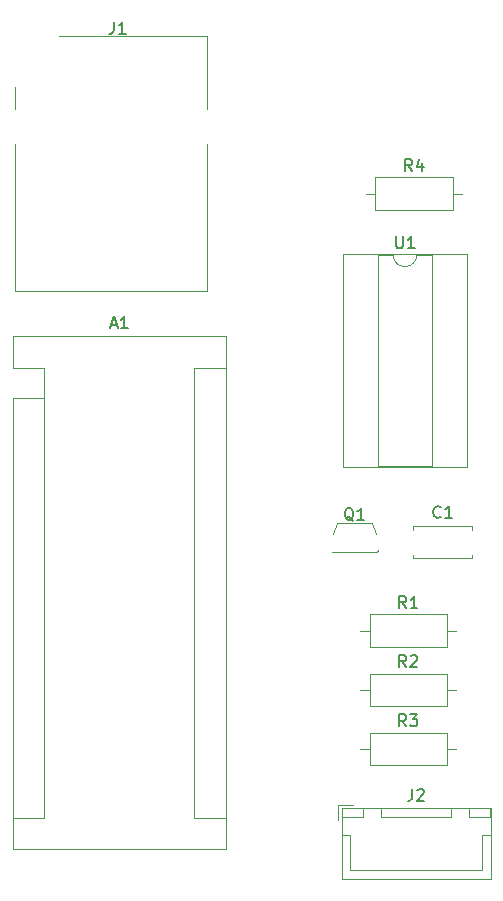
<source format=gto>
G04 #@! TF.GenerationSoftware,KiCad,Pcbnew,(5.1.5)-2*
G04 #@! TF.CreationDate,2019-12-07T22:10:36+09:00*
G04 #@! TF.ProjectId,circuit_master_ver.0.1.0,63697263-7569-4745-9f6d-61737465725f,rev?*
G04 #@! TF.SameCoordinates,Original*
G04 #@! TF.FileFunction,Legend,Top*
G04 #@! TF.FilePolarity,Positive*
%FSLAX46Y46*%
G04 Gerber Fmt 4.6, Leading zero omitted, Abs format (unit mm)*
G04 Created by KiCad (PCBNEW (5.1.5)-2) date 2019-12-07 22:10:36*
%MOMM*%
%LPD*%
G04 APERTURE LIST*
%ADD10C,0.120000*%
%ADD11C,0.150000*%
G04 APERTURE END LIST*
D10*
X62570000Y-144400000D02*
X62200000Y-145300000D01*
X65520000Y-144400000D02*
X62570000Y-144400000D01*
X65850000Y-145300000D02*
X65520000Y-144400000D01*
X65970000Y-146850000D02*
X66000000Y-146700000D01*
X62120000Y-146850000D02*
X65970000Y-146850000D01*
X37770000Y-133770000D02*
X37770000Y-131230000D01*
X37770000Y-131230000D02*
X35100000Y-131230000D01*
X35100000Y-133770000D02*
X35100000Y-172000000D01*
X35100000Y-128560000D02*
X35100000Y-131230000D01*
X50470000Y-131230000D02*
X53140000Y-131230000D01*
X50470000Y-131230000D02*
X50470000Y-169330000D01*
X50470000Y-169330000D02*
X53140000Y-169330000D01*
X37770000Y-133770000D02*
X35100000Y-133770000D01*
X37770000Y-133770000D02*
X37770000Y-169330000D01*
X37770000Y-169330000D02*
X35100000Y-169330000D01*
X35100000Y-172000000D02*
X53140000Y-172000000D01*
X53140000Y-172000000D02*
X53140000Y-128560000D01*
X53140000Y-128560000D02*
X35100000Y-128560000D01*
X69030000Y-144630000D02*
X73970000Y-144630000D01*
X69030000Y-147370000D02*
X73970000Y-147370000D01*
X69030000Y-144630000D02*
X69030000Y-144945000D01*
X69030000Y-147055000D02*
X69030000Y-147370000D01*
X73970000Y-144630000D02*
X73970000Y-144945000D01*
X73970000Y-147055000D02*
X73970000Y-147370000D01*
X39000000Y-103190000D02*
X51560000Y-103190000D01*
X51560000Y-103190000D02*
X51560000Y-109310000D01*
X35330000Y-107500000D02*
X35330000Y-109310000D01*
X35330000Y-112300000D02*
X35330000Y-124710000D01*
X51560000Y-124710000D02*
X35330000Y-124710000D01*
X51560000Y-112290000D02*
X51560000Y-124710000D01*
X62940000Y-168540000D02*
X62940000Y-174510000D01*
X62940000Y-174510000D02*
X75560000Y-174510000D01*
X75560000Y-174510000D02*
X75560000Y-168540000D01*
X75560000Y-168540000D02*
X62940000Y-168540000D01*
X66250000Y-168550000D02*
X66250000Y-169300000D01*
X66250000Y-169300000D02*
X72250000Y-169300000D01*
X72250000Y-169300000D02*
X72250000Y-168550000D01*
X72250000Y-168550000D02*
X66250000Y-168550000D01*
X62950000Y-168550000D02*
X62950000Y-169300000D01*
X62950000Y-169300000D02*
X64750000Y-169300000D01*
X64750000Y-169300000D02*
X64750000Y-168550000D01*
X64750000Y-168550000D02*
X62950000Y-168550000D01*
X73750000Y-168550000D02*
X73750000Y-169300000D01*
X73750000Y-169300000D02*
X75550000Y-169300000D01*
X75550000Y-169300000D02*
X75550000Y-168550000D01*
X75550000Y-168550000D02*
X73750000Y-168550000D01*
X62950000Y-170800000D02*
X63700000Y-170800000D01*
X63700000Y-170800000D02*
X63700000Y-173750000D01*
X63700000Y-173750000D02*
X69250000Y-173750000D01*
X75550000Y-170800000D02*
X74800000Y-170800000D01*
X74800000Y-170800000D02*
X74800000Y-173750000D01*
X74800000Y-173750000D02*
X69250000Y-173750000D01*
X63900000Y-168250000D02*
X62650000Y-168250000D01*
X62650000Y-168250000D02*
X62650000Y-169500000D01*
X72620000Y-153500000D02*
X71850000Y-153500000D01*
X64540000Y-153500000D02*
X65310000Y-153500000D01*
X71850000Y-152130000D02*
X65310000Y-152130000D01*
X71850000Y-154870000D02*
X71850000Y-152130000D01*
X65310000Y-154870000D02*
X71850000Y-154870000D01*
X65310000Y-152130000D02*
X65310000Y-154870000D01*
X65310000Y-157130000D02*
X65310000Y-159870000D01*
X65310000Y-159870000D02*
X71850000Y-159870000D01*
X71850000Y-159870000D02*
X71850000Y-157130000D01*
X71850000Y-157130000D02*
X65310000Y-157130000D01*
X64540000Y-158500000D02*
X65310000Y-158500000D01*
X72620000Y-158500000D02*
X71850000Y-158500000D01*
X72620000Y-163500000D02*
X71850000Y-163500000D01*
X64540000Y-163500000D02*
X65310000Y-163500000D01*
X71850000Y-162130000D02*
X65310000Y-162130000D01*
X71850000Y-164870000D02*
X71850000Y-162130000D01*
X65310000Y-164870000D02*
X71850000Y-164870000D01*
X65310000Y-162130000D02*
X65310000Y-164870000D01*
X65810000Y-115130000D02*
X65810000Y-117870000D01*
X65810000Y-117870000D02*
X72350000Y-117870000D01*
X72350000Y-117870000D02*
X72350000Y-115130000D01*
X72350000Y-115130000D02*
X65810000Y-115130000D01*
X65040000Y-116500000D02*
X65810000Y-116500000D01*
X73120000Y-116500000D02*
X72350000Y-116500000D01*
X69310000Y-121670000D02*
G75*
G02X67310000Y-121670000I-1000000J0D01*
G01*
X67310000Y-121670000D02*
X66060000Y-121670000D01*
X66060000Y-121670000D02*
X66060000Y-139570000D01*
X66060000Y-139570000D02*
X70560000Y-139570000D01*
X70560000Y-139570000D02*
X70560000Y-121670000D01*
X70560000Y-121670000D02*
X69310000Y-121670000D01*
X63060000Y-121610000D02*
X63060000Y-139630000D01*
X63060000Y-139630000D02*
X73560000Y-139630000D01*
X73560000Y-139630000D02*
X73560000Y-121610000D01*
X73560000Y-121610000D02*
X63060000Y-121610000D01*
D11*
X63944761Y-144197619D02*
X63849523Y-144150000D01*
X63754285Y-144054761D01*
X63611428Y-143911904D01*
X63516190Y-143864285D01*
X63420952Y-143864285D01*
X63468571Y-144102380D02*
X63373333Y-144054761D01*
X63278095Y-143959523D01*
X63230476Y-143769047D01*
X63230476Y-143435714D01*
X63278095Y-143245238D01*
X63373333Y-143150000D01*
X63468571Y-143102380D01*
X63659047Y-143102380D01*
X63754285Y-143150000D01*
X63849523Y-143245238D01*
X63897142Y-143435714D01*
X63897142Y-143769047D01*
X63849523Y-143959523D01*
X63754285Y-144054761D01*
X63659047Y-144102380D01*
X63468571Y-144102380D01*
X64849523Y-144102380D02*
X64278095Y-144102380D01*
X64563809Y-144102380D02*
X64563809Y-143102380D01*
X64468571Y-143245238D01*
X64373333Y-143340476D01*
X64278095Y-143388095D01*
X43405714Y-127586666D02*
X43881904Y-127586666D01*
X43310476Y-127872380D02*
X43643809Y-126872380D01*
X43977142Y-127872380D01*
X44834285Y-127872380D02*
X44262857Y-127872380D01*
X44548571Y-127872380D02*
X44548571Y-126872380D01*
X44453333Y-127015238D01*
X44358095Y-127110476D01*
X44262857Y-127158095D01*
X71333333Y-143857142D02*
X71285714Y-143904761D01*
X71142857Y-143952380D01*
X71047619Y-143952380D01*
X70904761Y-143904761D01*
X70809523Y-143809523D01*
X70761904Y-143714285D01*
X70714285Y-143523809D01*
X70714285Y-143380952D01*
X70761904Y-143190476D01*
X70809523Y-143095238D01*
X70904761Y-143000000D01*
X71047619Y-142952380D01*
X71142857Y-142952380D01*
X71285714Y-143000000D01*
X71333333Y-143047619D01*
X72285714Y-143952380D02*
X71714285Y-143952380D01*
X72000000Y-143952380D02*
X72000000Y-142952380D01*
X71904761Y-143095238D01*
X71809523Y-143190476D01*
X71714285Y-143238095D01*
X43666666Y-101952380D02*
X43666666Y-102666666D01*
X43619047Y-102809523D01*
X43523809Y-102904761D01*
X43380952Y-102952380D01*
X43285714Y-102952380D01*
X44666666Y-102952380D02*
X44095238Y-102952380D01*
X44380952Y-102952380D02*
X44380952Y-101952380D01*
X44285714Y-102095238D01*
X44190476Y-102190476D01*
X44095238Y-102238095D01*
X68916666Y-166902380D02*
X68916666Y-167616666D01*
X68869047Y-167759523D01*
X68773809Y-167854761D01*
X68630952Y-167902380D01*
X68535714Y-167902380D01*
X69345238Y-166997619D02*
X69392857Y-166950000D01*
X69488095Y-166902380D01*
X69726190Y-166902380D01*
X69821428Y-166950000D01*
X69869047Y-166997619D01*
X69916666Y-167092857D01*
X69916666Y-167188095D01*
X69869047Y-167330952D01*
X69297619Y-167902380D01*
X69916666Y-167902380D01*
X68413333Y-151582380D02*
X68080000Y-151106190D01*
X67841904Y-151582380D02*
X67841904Y-150582380D01*
X68222857Y-150582380D01*
X68318095Y-150630000D01*
X68365714Y-150677619D01*
X68413333Y-150772857D01*
X68413333Y-150915714D01*
X68365714Y-151010952D01*
X68318095Y-151058571D01*
X68222857Y-151106190D01*
X67841904Y-151106190D01*
X69365714Y-151582380D02*
X68794285Y-151582380D01*
X69080000Y-151582380D02*
X69080000Y-150582380D01*
X68984761Y-150725238D01*
X68889523Y-150820476D01*
X68794285Y-150868095D01*
X68413333Y-156582380D02*
X68080000Y-156106190D01*
X67841904Y-156582380D02*
X67841904Y-155582380D01*
X68222857Y-155582380D01*
X68318095Y-155630000D01*
X68365714Y-155677619D01*
X68413333Y-155772857D01*
X68413333Y-155915714D01*
X68365714Y-156010952D01*
X68318095Y-156058571D01*
X68222857Y-156106190D01*
X67841904Y-156106190D01*
X68794285Y-155677619D02*
X68841904Y-155630000D01*
X68937142Y-155582380D01*
X69175238Y-155582380D01*
X69270476Y-155630000D01*
X69318095Y-155677619D01*
X69365714Y-155772857D01*
X69365714Y-155868095D01*
X69318095Y-156010952D01*
X68746666Y-156582380D01*
X69365714Y-156582380D01*
X68413333Y-161582380D02*
X68080000Y-161106190D01*
X67841904Y-161582380D02*
X67841904Y-160582380D01*
X68222857Y-160582380D01*
X68318095Y-160630000D01*
X68365714Y-160677619D01*
X68413333Y-160772857D01*
X68413333Y-160915714D01*
X68365714Y-161010952D01*
X68318095Y-161058571D01*
X68222857Y-161106190D01*
X67841904Y-161106190D01*
X68746666Y-160582380D02*
X69365714Y-160582380D01*
X69032380Y-160963333D01*
X69175238Y-160963333D01*
X69270476Y-161010952D01*
X69318095Y-161058571D01*
X69365714Y-161153809D01*
X69365714Y-161391904D01*
X69318095Y-161487142D01*
X69270476Y-161534761D01*
X69175238Y-161582380D01*
X68889523Y-161582380D01*
X68794285Y-161534761D01*
X68746666Y-161487142D01*
X68913333Y-114582380D02*
X68580000Y-114106190D01*
X68341904Y-114582380D02*
X68341904Y-113582380D01*
X68722857Y-113582380D01*
X68818095Y-113630000D01*
X68865714Y-113677619D01*
X68913333Y-113772857D01*
X68913333Y-113915714D01*
X68865714Y-114010952D01*
X68818095Y-114058571D01*
X68722857Y-114106190D01*
X68341904Y-114106190D01*
X69770476Y-113915714D02*
X69770476Y-114582380D01*
X69532380Y-113534761D02*
X69294285Y-114249047D01*
X69913333Y-114249047D01*
X67548095Y-120122380D02*
X67548095Y-120931904D01*
X67595714Y-121027142D01*
X67643333Y-121074761D01*
X67738571Y-121122380D01*
X67929047Y-121122380D01*
X68024285Y-121074761D01*
X68071904Y-121027142D01*
X68119523Y-120931904D01*
X68119523Y-120122380D01*
X69119523Y-121122380D02*
X68548095Y-121122380D01*
X68833809Y-121122380D02*
X68833809Y-120122380D01*
X68738571Y-120265238D01*
X68643333Y-120360476D01*
X68548095Y-120408095D01*
M02*

</source>
